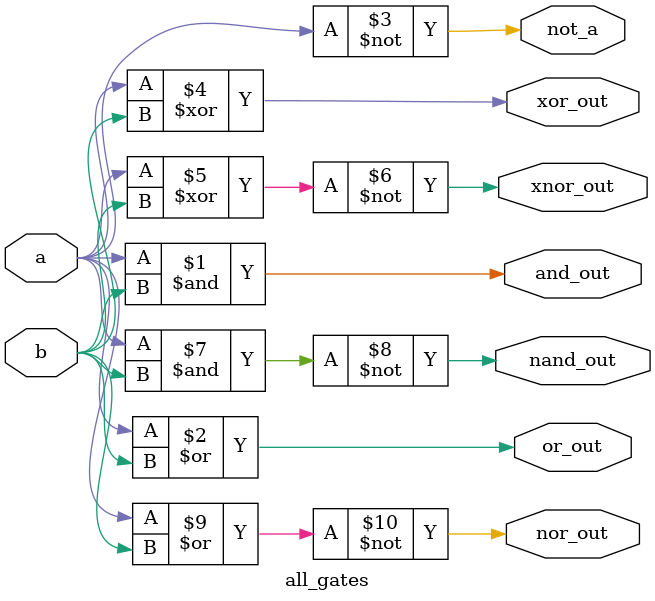
<source format=v>
module all_gates(input a, b, output and_out, or_out, not_a, xor_out, xnor_out, nand_out, nor_out);
    assign and_out = a & b;
    assign or_out = a | b;
    assign not_a = ~a;
    assign xor_out = a ^ b;
    assign xnor_out = ~(a ^ b);
    assign nand_out = ~(a & b);
  assign nor_out = ~(a| b);
endmodule





</source>
